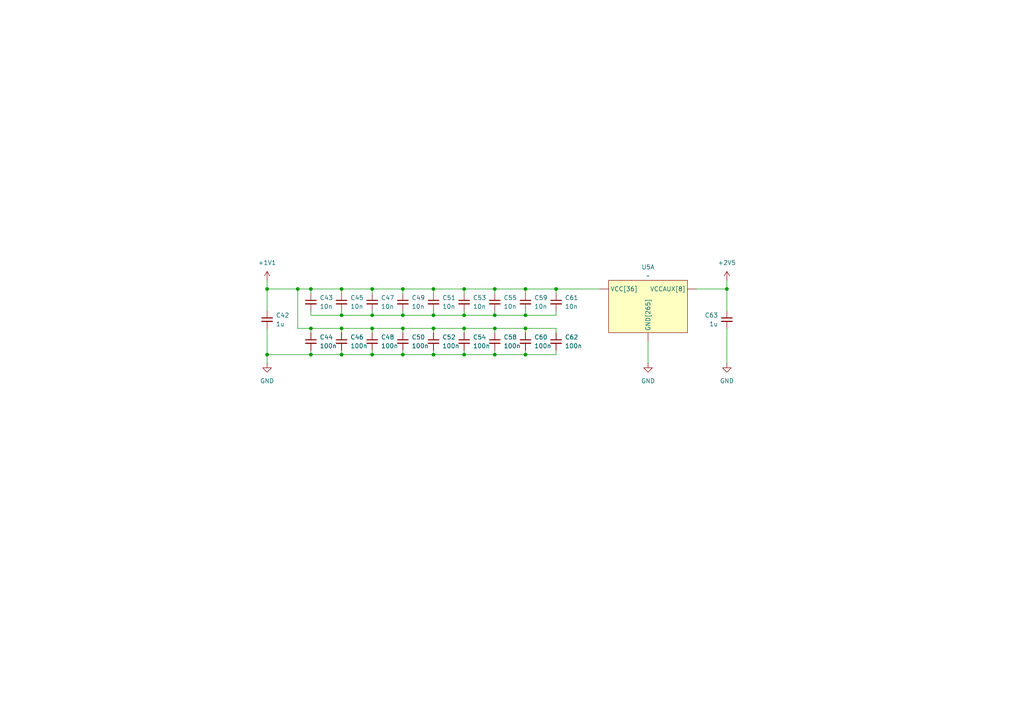
<source format=kicad_sch>
(kicad_sch (version 20231120) (generator "eeschema") (generator_version "8.0")
  (paper "A4")
  (title_block (title "${Project Designation}") (date "2024-06-30") (rev "${Revision}") (comment 1 "${Project Title}") (comment 2 "FPGA POWER") (comment 3 "${Part Number}"))
  (lib_symbols
    (symbol "Device:C_Small" (pin_numbers hide) (pin_names (offset 0.254) hide)
      (property "Reference" "C" (at 0.254 1.778 0))
      (property "Value" "C_Small" (at 0.254 -2.032 0))
      (symbol "C_Small_0_1"
        (polyline (pts (xy -1.524 -0.508) (xy 1.524 -0.508)) (stroke (width 0.3302)))
        (polyline (pts (xy -1.524 0.508) (xy 1.524 0.508)) (stroke (width 0.3048)))
      )
      (symbol "C_Small_1_1"
        (pin passive line (at 0 2.54 270) (length 2.032) (name "~") (number "1"))
        (pin passive line (at 0 -2.54 90) (length 2.032) (name "~") (number "2"))
      )
    )
    (symbol "ECAP5-BSOM:LFE5U-85F-*BG756*"
      (property "Reference" "U" (at -1.016 3.81 0))
      (symbol "LFE5U-85F-*BG756*_1_0"
        (pin power_in line (at 8.89 -15.24 90) (length 2.54) (name "GND[265]") (number ""))
        (pin power_in line (at 22.86 0 180) (length 2.54) (name "VCCAUX[8]") (number ""))
        (pin power_in line (at -5.08 0 0) (length 2.54) (name "VCC[36]") (number ""))
        (pin power_in line (at 8.89 -15.24 90) (length 2.54) hide (name "GND") (number "AA11"))
        (pin power_in line (at -5.08 0 0) (length 2.54) hide (name "VCC") (number "AA12"))
        (pin power_in line (at -5.08 0 0) (length 2.54) hide (name "VCC") (number "AA13"))
        (pin power_in line (at -5.08 0 0) (length 2.54) hide (name "VCC") (number "AA14"))
        (pin power_in line (at -5.08 0 0) (length 2.54) hide (name "VCC") (number "AA15"))
        (pin power_in line (at -5.08 0 0) (length 2.54) hide (name "VCC") (number "AA16"))
        (pin power_in line (at -5.08 0 0) (length 2.54) hide (name "VCC") (number "AA17"))
        (pin power_in line (at -5.08 0 0) (length 2.54) hide (name "VCC") (number "AA18"))
        (pin power_in line (at -5.08 0 0) (length 2.54) hide (name "VCC") (number "AA19"))
        (pin power_in line (at -5.08 0 0) (length 2.54) hide (name "VCC") (number "AA20"))
        (pin power_in line (at -5.08 0 0) (length 2.54) hide (name "VCC") (number "AA21"))
        (pin power_in line (at 8.89 -15.24 90) (length 2.54) hide (name "GND") (number "AA22"))
        (pin power_in line (at 8.89 -15.24 90) (length 2.54) hide (name "GND") (number "AB11"))
        (pin power_in line (at 8.89 -15.24 90) (length 2.54) hide (name "GND") (number "AB12"))
        (pin power_in line (at 8.89 -15.24 90) (length 2.54) hide (name "GND") (number "AB13"))
        (pin power_in line (at 8.89 -15.24 90) (length 2.54) hide (name "GND") (number "AB14"))
        (pin power_in line (at 8.89 -15.24 90) (length 2.54) hide (name "GND") (number "AB15"))
        (pin power_in line (at 8.89 -15.24 90) (length 2.54) hide (name "GND") (number "AB16"))
        (pin power_in line (at 8.89 -15.24 90) (length 2.54) hide (name "GND") (number "AB17"))
        (pin power_in line (at 8.89 -15.24 90) (length 2.54) hide (name "GND") (number "AB18"))
        (pin power_in line (at 8.89 -15.24 90) (length 2.54) hide (name "GND") (number "AB19"))
        (pin power_in line (at 8.89 -15.24 90) (length 2.54) hide (name "GND") (number "AB20"))
        (pin power_in line (at 8.89 -15.24 90) (length 2.54) hide (name "GND") (number "AB21"))
        (pin power_in line (at 8.89 -15.24 90) (length 2.54) hide (name "GND") (number "AB22"))
        (pin power_in line (at 22.86 0 180) (length 2.54) hide (name "VCCAUX") (number "AC11"))
        (pin power_in line (at 8.89 -15.24 90) (length 2.54) hide (name "GND") (number "AC12"))
        (pin power_in line (at 8.89 -15.24 90) (length 2.54) hide (name "GND") (number "AC13"))
        (pin power_in line (at 8.89 -15.24 90) (length 2.54) hide (name "GND") (number "AC14"))
        (pin power_in line (at 8.89 -15.24 90) (length 2.54) hide (name "GND") (number "AC15"))
        (pin power_in line (at 8.89 -15.24 90) (length 2.54) hide (name "GND") (number "AC16"))
        (pin power_in line (at 8.89 -15.24 90) (length 2.54) hide (name "GND") (number "AC17"))
        (pin power_in line (at 8.89 -15.24 90) (length 2.54) hide (name "GND") (number "AC18"))
        (pin power_in line (at 8.89 -15.24 90) (length 2.54) hide (name "GND") (number "AC19"))
        (pin power_in line (at 8.89 -15.24 90) (length 2.54) hide (name "GND") (number "AC20"))
        (pin power_in line (at 8.89 -15.24 90) (length 2.54) hide (name "GND") (number "AC21"))
        (pin power_in line (at 22.86 0 180) (length 2.54) hide (name "VCCAUX") (number "AC22"))
        (pin power_in line (at 8.89 -15.24 90) (length 2.54) hide (name "GND") (number "AD2"))
        (pin power_in line (at 8.89 -15.24 90) (length 2.54) hide (name "GND") (number "AD28"))
        (pin power_in line (at 8.89 -15.24 90) (length 2.54) hide (name "GND") (number "AD31"))
        (pin power_in line (at 8.89 -15.24 90) (length 2.54) hide (name "GND") (number "AD5"))
        (pin power_in line (at 8.89 -15.24 90) (length 2.54) hide (name "GND") (number "AF11"))
        (pin power_in line (at 8.89 -15.24 90) (length 2.54) hide (name "GND") (number "AF12"))
        (pin power_in line (at 8.89 -15.24 90) (length 2.54) hide (name "GND") (number "AF14"))
        (pin power_in line (at 8.89 -15.24 90) (length 2.54) hide (name "GND") (number "AF15"))
        (pin power_in line (at 8.89 -15.24 90) (length 2.54) hide (name "GND") (number "AF16"))
        (pin power_in line (at 8.89 -15.24 90) (length 2.54) hide (name "GND") (number "AF17"))
        (pin power_in line (at 8.89 -15.24 90) (length 2.54) hide (name "GND") (number "AF19"))
        (pin power_in line (at 8.89 -15.24 90) (length 2.54) hide (name "GND") (number "AF20"))
        (pin power_in line (at 8.89 -15.24 90) (length 2.54) hide (name "GND") (number "AF22"))
        (pin power_in line (at 8.89 -15.24 90) (length 2.54) hide (name "GND") (number "AF23"))
        (pin power_in line (at 8.89 -15.24 90) (length 2.54) hide (name "GND") (number "AG11"))
        (pin power_in line (at 8.89 -15.24 90) (length 2.54) hide (name "GND") (number "AG12"))
        (pin power_in line (at 8.89 -15.24 90) (length 2.54) hide (name "GND") (number "AG14"))
        (pin power_in line (at 8.89 -15.24 90) (length 2.54) hide (name "GND") (number "AG15"))
        (pin power_in line (at 8.89 -15.24 90) (length 2.54) hide (name "GND") (number "AG16"))
        (pin power_in line (at 8.89 -15.24 90) (length 2.54) hide (name "GND") (number "AG17"))
        (pin power_in line (at 8.89 -15.24 90) (length 2.54) hide (name "GND") (number "AG19"))
        (pin power_in line (at 8.89 -15.24 90) (length 2.54) hide (name "GND") (number "AG20"))
        (pin power_in line (at 8.89 -15.24 90) (length 2.54) hide (name "GND") (number "AG22"))
        (pin power_in line (at 8.89 -15.24 90) (length 2.54) hide (name "GND") (number "AG23"))
        (pin power_in line (at 8.89 -15.24 90) (length 2.54) hide (name "GND") (number "AG9"))
        (pin power_in line (at 8.89 -15.24 90) (length 2.54) hide (name "GND") (number "AH11"))
        (pin power_in line (at 8.89 -15.24 90) (length 2.54) hide (name "GND") (number "AH12"))
        (pin power_in line (at 8.89 -15.24 90) (length 2.54) hide (name "GND") (number "AH14"))
        (pin power_in line (at 8.89 -15.24 90) (length 2.54) hide (name "GND") (number "AH15"))
        (pin power_in line (at 8.89 -15.24 90) (length 2.54) hide (name "GND") (number "AH16"))
        (pin power_in line (at 8.89 -15.24 90) (length 2.54) hide (name "GND") (number "AH17"))
        (pin power_in line (at 8.89 -15.24 90) (length 2.54) hide (name "GND") (number "AH19"))
        (pin power_in line (at 8.89 -15.24 90) (length 2.54) hide (name "GND") (number "AH2"))
        (pin power_in line (at 8.89 -15.24 90) (length 2.54) hide (name "GND") (number "AH20"))
        (pin power_in line (at 8.89 -15.24 90) (length 2.54) hide (name "GND") (number "AH22"))
        (pin power_in line (at 8.89 -15.24 90) (length 2.54) hide (name "GND") (number "AH23"))
        (pin power_in line (at 8.89 -15.24 90) (length 2.54) hide (name "GND") (number "AH24"))
        (pin power_in line (at 8.89 -15.24 90) (length 2.54) hide (name "GND") (number "AH25"))
        (pin power_in line (at 8.89 -15.24 90) (length 2.54) hide (name "GND") (number "AH26"))
        (pin power_in line (at 8.89 -15.24 90) (length 2.54) hide (name "GND") (number "AH29"))
        (pin power_in line (at 8.89 -15.24 90) (length 2.54) hide (name "GND") (number "AH31"))
        (pin power_in line (at 8.89 -15.24 90) (length 2.54) hide (name "GND") (number "AH5"))
        (pin power_in line (at 8.89 -15.24 90) (length 2.54) hide (name "GND") (number "AH7"))
        (pin power_in line (at 8.89 -15.24 90) (length 2.54) hide (name "GND") (number "AH8"))
        (pin power_in line (at 8.89 -15.24 90) (length 2.54) hide (name "GND") (number "AH9"))
        (pin power_in line (at 8.89 -15.24 90) (length 2.54) hide (name "GND") (number "AJ10"))
        (pin power_in line (at 8.89 -15.24 90) (length 2.54) hide (name "GND") (number "AJ11"))
        (pin power_in line (at 8.89 -15.24 90) (length 2.54) hide (name "GND") (number "AJ12"))
        (pin power_in line (at 8.89 -15.24 90) (length 2.54) hide (name "GND") (number "AJ13"))
        (pin power_in line (at 8.89 -15.24 90) (length 2.54) hide (name "GND") (number "AJ14"))
        (pin power_in line (at 8.89 -15.24 90) (length 2.54) hide (name "GND") (number "AJ15"))
        (pin power_in line (at 8.89 -15.24 90) (length 2.54) hide (name "GND") (number "AJ16"))
        (pin power_in line (at 8.89 -15.24 90) (length 2.54) hide (name "GND") (number "AJ17"))
        (pin power_in line (at 8.89 -15.24 90) (length 2.54) hide (name "GND") (number "AJ18"))
        (pin power_in line (at 8.89 -15.24 90) (length 2.54) hide (name "GND") (number "AJ19"))
        (pin power_in line (at 8.89 -15.24 90) (length 2.54) hide (name "GND") (number "AJ20"))
        (pin power_in line (at 8.89 -15.24 90) (length 2.54) hide (name "GND") (number "AJ21"))
        (pin power_in line (at 8.89 -15.24 90) (length 2.54) hide (name "GND") (number "AJ22"))
        (pin power_in line (at 8.89 -15.24 90) (length 2.54) hide (name "GND") (number "AJ23"))
        (pin power_in line (at 8.89 -15.24 90) (length 2.54) hide (name "GND") (number "AJ24"))
        (pin power_in line (at 8.89 -15.24 90) (length 2.54) hide (name "GND") (number "AJ25"))
        (pin power_in line (at 8.89 -15.24 90) (length 2.54) hide (name "GND") (number "AJ26"))
        (pin power_in line (at 8.89 -15.24 90) (length 2.54) hide (name "GND") (number "AJ7"))
        (pin power_in line (at 8.89 -15.24 90) (length 2.54) hide (name "GND") (number "AJ8"))
        (pin power_in line (at 8.89 -15.24 90) (length 2.54) hide (name "GND") (number "AJ9"))
        (pin power_in line (at 8.89 -15.24 90) (length 2.54) hide (name "GND") (number "AK11"))
        (pin power_in line (at 8.89 -15.24 90) (length 2.54) hide (name "GND") (number "AK14"))
        (pin power_in line (at 8.89 -15.24 90) (length 2.54) hide (name "GND") (number "AK17"))
        (pin power_in line (at 8.89 -15.24 90) (length 2.54) hide (name "GND") (number "AK20"))
        (pin power_in line (at 8.89 -15.24 90) (length 2.54) hide (name "GND") (number "AK23"))
        (pin power_in line (at 8.89 -15.24 90) (length 2.54) hide (name "GND") (number "AK26"))
        (pin power_in line (at 8.89 -15.24 90) (length 2.54) hide (name "GND") (number "AK7"))
        (pin power_in line (at 8.89 -15.24 90) (length 2.54) hide (name "GND") (number "AK8"))
        (pin power_in line (at 8.89 -15.24 90) (length 2.54) hide (name "GND") (number "AL11"))
        (pin power_in line (at 8.89 -15.24 90) (length 2.54) hide (name "GND") (number "AL12"))
        (pin power_in line (at 8.89 -15.24 90) (length 2.54) hide (name "GND") (number "AL14"))
        (pin power_in line (at 8.89 -15.24 90) (length 2.54) hide (name "GND") (number "AL15"))
        (pin power_in line (at 8.89 -15.24 90) (length 2.54) hide (name "GND") (number "AL17"))
        (pin power_in line (at 8.89 -15.24 90) (length 2.54) hide (name "GND") (number "AL18"))
        (pin power_in line (at 8.89 -15.24 90) (length 2.54) hide (name "GND") (number "AL2"))
        (pin power_in line (at 8.89 -15.24 90) (length 2.54) hide (name "GND") (number "AL20"))
        (pin power_in line (at 8.89 -15.24 90) (length 2.54) hide (name "GND") (number "AL21"))
        (pin power_in line (at 8.89 -15.24 90) (length 2.54) hide (name "GND") (number "AL23"))
        (pin power_in line (at 8.89 -15.24 90) (length 2.54) hide (name "GND") (number "AL24"))
        (pin power_in line (at 8.89 -15.24 90) (length 2.54) hide (name "GND") (number "AL26"))
        (pin power_in line (at 8.89 -15.24 90) (length 2.54) hide (name "GND") (number "AL29"))
        (pin power_in line (at 8.89 -15.24 90) (length 2.54) hide (name "GND") (number "AL31"))
        (pin power_in line (at 8.89 -15.24 90) (length 2.54) hide (name "GND") (number "AL5"))
        (pin power_in line (at 8.89 -15.24 90) (length 2.54) hide (name "GND") (number "AL7"))
        (pin power_in line (at 8.89 -15.24 90) (length 2.54) hide (name "GND") (number "AL8"))
        (pin power_in line (at 8.89 -15.24 90) (length 2.54) hide (name "GND") (number "AL9"))
        (pin power_in line (at 8.89 -15.24 90) (length 2.54) hide (name "GND") (number "AM11"))
        (pin power_in line (at 8.89 -15.24 90) (length 2.54) hide (name "GND") (number "AM12"))
        (pin power_in line (at 8.89 -15.24 90) (length 2.54) hide (name "GND") (number "AM14"))
        (pin power_in line (at 8.89 -15.24 90) (length 2.54) hide (name "GND") (number "AM15"))
        (pin power_in line (at 8.89 -15.24 90) (length 2.54) hide (name "GND") (number "AM17"))
        (pin power_in line (at 8.89 -15.24 90) (length 2.54) hide (name "GND") (number "AM18"))
        (pin power_in line (at 8.89 -15.24 90) (length 2.54) hide (name "GND") (number "AM20"))
        (pin power_in line (at 8.89 -15.24 90) (length 2.54) hide (name "GND") (number "AM21"))
        (pin power_in line (at 8.89 -15.24 90) (length 2.54) hide (name "GND") (number "AM23"))
        (pin power_in line (at 8.89 -15.24 90) (length 2.54) hide (name "GND") (number "AM24"))
        (pin power_in line (at 8.89 -15.24 90) (length 2.54) hide (name "GND") (number "AM26"))
        (pin power_in line (at 8.89 -15.24 90) (length 2.54) hide (name "GND") (number "AM7"))
        (pin power_in line (at 8.89 -15.24 90) (length 2.54) hide (name "GND") (number "AM8"))
        (pin power_in line (at 8.89 -15.24 90) (length 2.54) hide (name "GND") (number "AM9"))
        (pin power_in line (at 8.89 -15.24 90) (length 2.54) hide (name "GND") (number "B13"))
        (pin power_in line (at 8.89 -15.24 90) (length 2.54) hide (name "GND") (number "B15"))
        (pin power_in line (at 8.89 -15.24 90) (length 2.54) hide (name "GND") (number "B18"))
        (pin power_in line (at 8.89 -15.24 90) (length 2.54) hide (name "GND") (number "B2"))
        (pin power_in line (at 8.89 -15.24 90) (length 2.54) hide (name "GND") (number "B20"))
        (pin power_in line (at 8.89 -15.24 90) (length 2.54) hide (name "GND") (number "B24"))
        (pin power_in line (at 8.89 -15.24 90) (length 2.54) hide (name "GND") (number "B28"))
        (pin power_in line (at 8.89 -15.24 90) (length 2.54) hide (name "GND") (number "B31"))
        (pin power_in line (at 8.89 -15.24 90) (length 2.54) hide (name "GND") (number "B5"))
        (pin power_in line (at 8.89 -15.24 90) (length 2.54) hide (name "GND") (number "B9"))
        (pin power_in line (at 8.89 -15.24 90) (length 2.54) hide (name "GND") (number "E13"))
        (pin power_in line (at 8.89 -15.24 90) (length 2.54) hide (name "GND") (number "E15"))
        (pin power_in line (at 8.89 -15.24 90) (length 2.54) hide (name "GND") (number "E18"))
        (pin power_in line (at 8.89 -15.24 90) (length 2.54) hide (name "GND") (number "E2"))
        (pin power_in line (at 8.89 -15.24 90) (length 2.54) hide (name "GND") (number "E20"))
        (pin power_in line (at 8.89 -15.24 90) (length 2.54) hide (name "GND") (number "E24"))
        (pin power_in line (at 8.89 -15.24 90) (length 2.54) hide (name "GND") (number "E28"))
        (pin power_in line (at 8.89 -15.24 90) (length 2.54) hide (name "GND") (number "E31"))
        (pin power_in line (at 8.89 -15.24 90) (length 2.54) hide (name "GND") (number "E5"))
        (pin power_in line (at 8.89 -15.24 90) (length 2.54) hide (name "GND") (number "E9"))
        (pin power_in line (at 8.89 -15.24 90) (length 2.54) hide (name "GND") (number "J2"))
        (pin power_in line (at 8.89 -15.24 90) (length 2.54) hide (name "GND") (number "J28"))
        (pin power_in line (at 8.89 -15.24 90) (length 2.54) hide (name "GND") (number "J31"))
        (pin power_in line (at 8.89 -15.24 90) (length 2.54) hide (name "GND") (number "J5"))
        (pin power_in line (at 8.89 -15.24 90) (length 2.54) hide (name "GND") (number "K10"))
        (pin power_in line (at 8.89 -15.24 90) (length 2.54) hide (name "GND") (number "K11"))
        (pin power_in line (at 22.86 0 180) (length 2.54) hide (name "VCCAUX") (number "K13"))
        (pin power_in line (at 22.86 0 180) (length 2.54) hide (name "VCCAUX") (number "K20"))
        (pin power_in line (at 8.89 -15.24 90) (length 2.54) hide (name "GND") (number "K22"))
        (pin power_in line (at 8.89 -15.24 90) (length 2.54) hide (name "GND") (number "K23"))
        (pin power_in line (at 8.89 -15.24 90) (length 2.54) hide (name "GND") (number "L10"))
        (pin power_in line (at 8.89 -15.24 90) (length 2.54) hide (name "GND") (number "L11"))
        (pin power_in line (at 8.89 -15.24 90) (length 2.54) hide (name "GND") (number "L12"))
        (pin power_in line (at 8.89 -15.24 90) (length 2.54) hide (name "GND") (number "L13"))
        (pin power_in line (at 8.89 -15.24 90) (length 2.54) hide (name "GND") (number "L14"))
        (pin power_in line (at 8.89 -15.24 90) (length 2.54) hide (name "GND") (number "L15"))
        (pin power_in line (at 8.89 -15.24 90) (length 2.54) hide (name "GND") (number "L16"))
        (pin power_in line (at 8.89 -15.24 90) (length 2.54) hide (name "GND") (number "L17"))
        (pin power_in line (at 8.89 -15.24 90) (length 2.54) hide (name "GND") (number "L18"))
        (pin power_in line (at 8.89 -15.24 90) (length 2.54) hide (name "GND") (number "L19"))
        (pin power_in line (at 8.89 -15.24 90) (length 2.54) hide (name "GND") (number "L20"))
        (pin power_in line (at 8.89 -15.24 90) (length 2.54) hide (name "GND") (number "L21"))
        (pin power_in line (at 8.89 -15.24 90) (length 2.54) hide (name "GND") (number "L22"))
        (pin power_in line (at 8.89 -15.24 90) (length 2.54) hide (name "GND") (number "L23"))
        (pin power_in line (at 8.89 -15.24 90) (length 2.54) hide (name "GND") (number "M11"))
        (pin power_in line (at -5.08 0 0) (length 2.54) hide (name "VCC") (number "M12"))
        (pin power_in line (at -5.08 0 0) (length 2.54) hide (name "VCC") (number "M13"))
        (pin power_in line (at -5.08 0 0) (length 2.54) hide (name "VCC") (number "M14"))
        (pin power_in line (at -5.08 0 0) (length 2.54) hide (name "VCC") (number "M15"))
        (pin power_in line (at -5.08 0 0) (length 2.54) hide (name "VCC") (number "M16"))
        (pin power_in line (at -5.08 0 0) (length 2.54) hide (name "VCC") (number "M17"))
        (pin power_in line (at -5.08 0 0) (length 2.54) hide (name "VCC") (number "M18"))
        (pin power_in line (at -5.08 0 0) (length 2.54) hide (name "VCC") (number "M19"))
        (pin power_in line (at -5.08 0 0) (length 2.54) hide (name "VCC") (number "M20"))
        (pin power_in line (at -5.08 0 0) (length 2.54) hide (name "VCC") (number "M21"))
        (pin power_in line (at 8.89 -15.24 90) (length 2.54) hide (name "GND") (number "M22"))
        (pin power_in line (at 22.86 0 180) (length 2.54) hide (name "VCCAUX") (number "N10"))
        (pin power_in line (at 8.89 -15.24 90) (length 2.54) hide (name "GND") (number "N11"))
        (pin power_in line (at -5.08 0 0) (length 2.54) hide (name "VCC") (number "N12"))
        (pin power_in line (at 8.89 -15.24 90) (length 2.54) hide (name "GND") (number "N13"))
        (pin power_in line (at 8.89 -15.24 90) (length 2.54) hide (name "GND") (number "N14"))
        (pin power_in line (at 8.89 -15.24 90) (length 2.54) hide (name "GND") (number "N15"))
        (pin power_in line (at 8.89 -15.24 90) (length 2.54) hide (name "GND") (number "N16"))
        (pin power_in line (at 8.89 -15.24 90) (length 2.54) hide (name "GND") (number "N17"))
        (pin power_in line (at 8.89 -15.24 90) (length 2.54) hide (name "GND") (number "N18"))
        (pin power_in line (at 8.89 -15.24 90) (length 2.54) hide (name "GND") (number "N19"))
        (pin power_in line (at 8.89 -15.24 90) (length 2.54) hide (name "GND") (number "N2"))
        (pin power_in line (at 8.89 -15.24 90) (length 2.54) hide (name "GND") (number "N20"))
        (pin power_in line (at -5.08 0 0) (length 2.54) hide (name "VCC") (number "N21"))
        (pin power_in line (at 8.89 -15.24 90) (length 2.54) hide (name "GND") (number "N22"))
        (pin power_in line (at 22.86 0 180) (length 2.54) hide (name "VCCAUX") (number "N23"))
        (pin power_in line (at 8.89 -15.24 90) (length 2.54) hide (name "GND") (number "N28"))
        (pin power_in line (at 8.89 -15.24 90) (length 2.54) hide (name "GND") (number "N31"))
        (pin power_in line (at 8.89 -15.24 90) (length 2.54) hide (name "GND") (number "N5"))
        (pin power_in line (at 8.89 -15.24 90) (length 2.54) hide (name "GND") (number "P11"))
        (pin power_in line (at -5.08 0 0) (length 2.54) hide (name "VCC") (number "P12"))
        (pin power_in line (at 8.89 -15.24 90) (length 2.54) hide (name "GND") (number "P13"))
        (pin power_in line (at 8.89 -15.24 90) (length 2.54) hide (name "GND") (number "P14"))
        (pin power_in line (at 8.89 -15.24 90) (length 2.54) hide (name "GND") (number "P15"))
        (pin power_in line (at 8.89 -15.24 90) (length 2.54) hide (name "GND") (number "P16"))
        (pin power_in line (at 8.89 -15.24 90) (length 2.54) hide (name "GND") (number "P17"))
        (pin power_in line (at 8.89 -15.24 90) (length 2.54) hide (name "GND") (number "P18"))
        (pin power_in line (at 8.89 -15.24 90) (length 2.54) hide (name "GND") (number "P19"))
        (pin power_in line (at -5.08 0 0) (length 2.54) hide (name "VCC") (number "P21"))
        (pin power_in line (at 8.89 -15.24 90) (length 2.54) hide (name "GND") (number "P22"))
        (pin power_in line (at -5.08 0 0) (length 2.54) hide (name "VCC") (number "R12"))
        (pin power_in line (at 8.89 -15.24 90) (length 2.54) hide (name "GND") (number "R13"))
        (pin power_in line (at 8.89 -15.24 90) (length 2.54) hide (name "GND") (number "R14"))
        (pin power_in line (at 8.89 -15.24 90) (length 2.54) hide (name "GND") (number "R15"))
        (pin power_in line (at 8.89 -15.24 90) (length 2.54) hide (name "GND") (number "R16"))
        (pin power_in line (at 8.89 -15.24 90) (length 2.54) hide (name "GND") (number "R17"))
        (pin power_in line (at 8.89 -15.24 90) (length 2.54) hide (name "GND") (number "R18"))
        (pin power_in line (at 8.89 -15.24 90) (length 2.54) hide (name "GND") (number "R19"))
        (pin power_in line (at 8.89 -15.24 90) (length 2.54) hide (name "GND") (number "R2"))
        (pin power_in line (at 8.89 -15.24 90) (length 2.54) hide (name "GND") (number "R20"))
        (pin power_in line (at -5.08 0 0) (length 2.54) hide (name "VCC") (number "R21"))
        (pin power_in line (at 8.89 -15.24 90) (length 2.54) hide (name "GND") (number "R22"))
        (pin power_in line (at 8.89 -15.24 90) (length 2.54) hide (name "GND") (number "R28"))
        (pin power_in line (at 8.89 -15.24 90) (length 2.54) hide (name "GND") (number "R31"))
        (pin power_in line (at 8.89 -15.24 90) (length 2.54) hide (name "GND") (number "R5"))
        (pin power_in line (at 8.89 -15.24 90) (length 2.54) hide (name "GND") (number "T11"))
        (pin power_in line (at -5.08 0 0) (length 2.54) hide (name "VCC") (number "T12"))
        (pin power_in line (at 8.89 -15.24 90) (length 2.54) hide (name "GND") (number "T13"))
        (pin power_in line (at 8.89 -15.24 90) (length 2.54) hide (name "GND") (number "T14"))
        (pin power_in line (at 8.89 -15.24 90) (length 2.54) hide (name "GND") (number "T15"))
        (pin power_in line (at 8.89 -15.24 90) (length 2.54) hide (name "GND") (number "T16"))
        (pin power_in line (at 8.89 -15.24 90) (length 2.54) hide (name "GND") (number "T17"))
        (pin power_in line (at 8.89 -15.24 90) (length 2.54) hide (name "GND") (number "T18"))
        (pin power_in line (at 8.89 -15.24 90) (length 2.54) hide (name "GND") (number "T19"))
        (pin power_in line (at 8.89 -15.24 90) (length 2.54) hide (name "GND") (number "T20"))
        (pin power_in line (at -5.08 0 0) (length 2.54) hide (name "VCC") (number "T21"))
        (pin power_in line (at 8.89 -15.24 90) (length 2.54) hide (name "GND") (number "T22"))
        (pin power_in line (at 8.89 -15.24 90) (length 2.54) hide (name "GND") (number "U11"))
        (pin power_in line (at -5.08 0 0) (length 2.54) hide (name "VCC") (number "U12"))
        (pin power_in line (at 8.89 -15.24 90) (length 2.54) hide (name "GND") (number "U13"))
        (pin power_in line (at 8.89 -15.24 90) (length 2.54) hide (name "GND") (number "U14"))
        (pin power_in line (at 8.89 -15.24 90) (length 2.54) hide (name "GND") (number "U15"))
        (pin power_in line (at 8.89 -15.24 90) (length 2.54) hide (name "GND") (number "U16"))
        (pin power_in line (at 8.89 -15.24 90) (length 2.54) hide (name "GND") (number "U17"))
        (pin power_in line (at 8.89 -15.24 90) (length 2.54) hide (name "GND") (number "U18"))
        (pin power_in line (at 8.89 -15.24 90) (length 2.54) hide (name "GND") (number "U19"))
        (pin power_in line (at 8.89 -15.24 90) (length 2.54) hide (name "GND") (number "U20"))
        (pin power_in line (at -5.08 0 0) (length 2.54) hide (name "VCC") (number "U21"))
        (pin power_in line (at 8.89 -15.24 90) (length 2.54) hide (name "GND") (number "U22"))
        (pin power_in line (at 8.89 -15.24 90) (length 2.54) hide (name "GND") (number "V11"))
        (pin power_in line (at -5.08 0 0) (length 2.54) hide (name "VCC") (number "V12"))
        (pin power_in line (at 8.89 -15.24 90) (length 2.54) hide (name "GND") (number "V13"))
        (pin power_in line (at 8.89 -15.24 90) (length 2.54) hide (name "GND") (number "V14"))
        (pin power_in line (at 8.89 -15.24 90) (length 2.54) hide (name "GND") (number "V15"))
        (pin power_in line (at 8.89 -15.24 90) (length 2.54) hide (name "GND") (number "V16"))
        (pin power_in line (at 8.89 -15.24 90) (length 2.54) hide (name "GND") (number "V17"))
        (pin power_in line (at 8.89 -15.24 90) (length 2.54) hide (name "GND") (number "V18"))
        (pin power_in line (at 8.89 -15.24 90) (length 2.54) hide (name "GND") (number "V19"))
        (pin power_in line (at 8.89 -15.24 90) (length 2.54) hide (name "GND") (number "V2"))
        (pin power_in line (at 8.89 -15.24 90) (length 2.54) hide (name "GND") (number "V20"))
        (pin power_in line (at -5.08 0 0) (length 2.54) hide (name "VCC") (number "V21"))
        (pin power_in line (at 8.89 -15.24 90) (length 2.54) hide (name "GND") (number "V22"))
        (pin power_in line (at 8.89 -15.24 90) (length 2.54) hide (name "GND") (number "V28"))
        (pin power_in line (at 8.89 -15.24 90) (length 2.54) hide (name "GND") (number "V31"))
        (pin power_in line (at 8.89 -15.24 90) (length 2.54) hide (name "GND") (number "V5"))
        (pin power_in line (at 8.89 -15.24 90) (length 2.54) hide (name "GND") (number "W11"))
        (pin power_in line (at -5.08 0 0) (length 2.54) hide (name "VCC") (number "W12"))
        (pin power_in line (at 8.89 -15.24 90) (length 2.54) hide (name "GND") (number "W13"))
        (pin power_in line (at 8.89 -15.24 90) (length 2.54) hide (name "GND") (number "W14"))
        (pin power_in line (at 8.89 -15.24 90) (length 2.54) hide (name "GND") (number "W15"))
        (pin power_in line (at 8.89 -15.24 90) (length 2.54) hide (name "GND") (number "W16"))
        (pin power_in line (at 8.89 -15.24 90) (length 2.54) hide (name "GND") (number "W17"))
        (pin power_in line (at 8.89 -15.24 90) (length 2.54) hide (name "GND") (number "W18"))
        (pin power_in line (at 8.89 -15.24 90) (length 2.54) hide (name "GND") (number "W19"))
        (pin power_in line (at 8.89 -15.24 90) (length 2.54) hide (name "GND") (number "W20"))
        (pin power_in line (at -5.08 0 0) (length 2.54) hide (name "VCC") (number "W21"))
        (pin power_in line (at 8.89 -15.24 90) (length 2.54) hide (name "GND") (number "W22"))
        (pin power_in line (at 22.86 0 180) (length 2.54) hide (name "VCCAUX") (number "Y10"))
        (pin power_in line (at 8.89 -15.24 90) (length 2.54) hide (name "GND") (number "Y11"))
        (pin power_in line (at -5.08 0 0) (length 2.54) hide (name "VCC") (number "Y12"))
        (pin power_in line (at 8.89 -15.24 90) (length 2.54) hide (name "GND") (number "Y13"))
        (pin power_in line (at 8.89 -15.24 90) (length 2.54) hide (name "GND") (number "Y14"))
        (pin power_in line (at 8.89 -15.24 90) (length 2.54) hide (name "GND") (number "Y15"))
        (pin power_in line (at 8.89 -15.24 90) (length 2.54) hide (name "GND") (number "Y16"))
        (pin power_in line (at 8.89 -15.24 90) (length 2.54) hide (name "GND") (number "Y17"))
        (pin power_in line (at 8.89 -15.24 90) (length 2.54) hide (name "GND") (number "Y18"))
        (pin power_in line (at 8.89 -15.24 90) (length 2.54) hide (name "GND") (number "Y19"))
        (pin power_in line (at 8.89 -15.24 90) (length 2.54) hide (name "GND") (number "Y2"))
        (pin power_in line (at 8.89 -15.24 90) (length 2.54) hide (name "GND") (number "Y20"))
        (pin power_in line (at -5.08 0 0) (length 2.54) hide (name "VCC") (number "Y21"))
        (pin power_in line (at 8.89 -15.24 90) (length 2.54) hide (name "GND") (number "Y22"))
        (pin power_in line (at 22.86 0 180) (length 2.54) hide (name "VCCAUX") (number "Y23"))
        (pin power_in line (at 8.89 -15.24 90) (length 2.54) hide (name "GND") (number "Y31"))
      )
      (symbol "LFE5U-85F-*BG756*_1_1"
        (rectangle (start -2.54 2.54) (end 20.32 -12.7) (fill (type background)))
      )
      (symbol "LFE5U-85F-*BG756*_2_0"
        (pin power_in line (at 41.91 21.59 180) (length 2.54) (name "VCCIO0") (number ""))
        (pin power_in line (at 41.91 19.05 180) (length 2.54) (name "VCCIO1") (number ""))
        (pin power_in line (at 41.91 16.51 180) (length 2.54) (name "VCCIO2") (number ""))
        (pin power_in line (at 41.91 13.97 180) (length 2.54) (name "VCCIO3") (number ""))
        (pin power_in line (at 41.91 11.43 180) (length 2.54) (name "VCCIO4") (number ""))
        (pin power_in line (at 41.91 8.89 180) (length 2.54) (name "VCCIO6") (number ""))
        (pin power_in line (at 41.91 6.35 180) (length 2.54) (name "VCCIO7") (number ""))
        (pin power_in line (at 41.91 3.81 180) (length 2.54) (name "VCCIO8") (number ""))
        (pin power_in line (at 41.91 8.89 180) (length 2.54) hide (name "VCCIO6") (number "AA10"))
        (pin power_in line (at 41.91 13.97 180) (length 2.54) hide (name "VCCIO3") (number "AA23"))
        (pin power_in line (at 41.91 3.81 180) (length 2.54) hide (name "VCCIO8") (number "AB10"))
        (pin power_in line (at 41.91 11.43 180) (length 2.54) hide (name "VCCIO4") (number "AB23"))
        (pin power_in line (at 41.91 3.81 180) (length 2.54) hide (name "VCCIO8") (number "AC10"))
        (pin power_in line (at 41.91 11.43 180) (length 2.54) hide (name "VCCIO4") (number "AC23"))
        (pin power_in line (at 41.91 21.59 180) (length 2.54) hide (name "VCCIO0") (number "K12"))
        (pin power_in line (at 41.91 21.59 180) (length 2.54) hide (name "VCCIO0") (number "K14"))
        (pin power_in line (at 41.91 21.59 180) (length 2.54) hide (name "VCCIO0") (number "K15"))
        (pin power_in line (at 41.91 21.59 180) (length 2.54) hide (name "VCCIO0") (number "K16"))
        (pin power_in line (at 41.91 19.05 180) (length 2.54) hide (name "VCCIO1") (number "K17"))
        (pin power_in line (at 41.91 19.05 180) (length 2.54) hide (name "VCCIO1") (number "K18"))
        (pin power_in line (at 41.91 19.05 180) (length 2.54) hide (name "VCCIO1") (number "K19"))
        (pin power_in line (at 41.91 19.05 180) (length 2.54) hide (name "VCCIO1") (number "K21"))
        (pin power_in line (at 41.91 6.35 180) (length 2.54) hide (name "VCCIO7") (number "M10"))
        (pin power_in line (at 41.91 16.51 180) (length 2.54) hide (name "VCCIO2") (number "M23"))
        (pin power_in line (at 41.91 6.35 180) (length 2.54) hide (name "VCCIO7") (number "P10"))
        (pin power_in line (at 41.91 16.51 180) (length 2.54) hide (name "VCCIO2") (number "P23"))
        (pin power_in line (at 41.91 6.35 180) (length 2.54) hide (name "VCCIO7") (number "R10"))
        (pin power_in line (at 41.91 16.51 180) (length 2.54) hide (name "VCCIO2") (number "R23"))
        (pin power_in line (at 41.91 6.35 180) (length 2.54) hide (name "VCCIO7") (number "T10"))
        (pin power_in line (at 41.91 16.51 180) (length 2.54) hide (name "VCCIO2") (number "T23"))
        (pin power_in line (at 41.91 8.89 180) (length 2.54) hide (name "VCCIO6") (number "U10"))
        (pin power_in line (at 41.91 13.97 180) (length 2.54) hide (name "VCCIO3") (number "U23"))
        (pin power_in line (at 41.91 8.89 180) (length 2.54) hide (name "VCCIO6") (number "V10"))
        (pin power_in line (at 41.91 13.97 180) (length 2.54) hide (name "VCCIO3") (number "V23"))
        (pin power_in line (at 41.91 8.89 180) (length 2.54) hide (name "VCCIO6") (number "W10"))
        (pin power_in line (at 41.91 13.97 180) (length 2.54) hide (name "VCCIO3") (number "W23"))
      )
      (symbol "LFE5U-85F-*BG756*_2_1"
        (rectangle (start -2.54 2.54) (end 20.32 -20.32) (fill (type background)))
      )
    )
    (symbol "power:+1V1" (power) (pin_numbers hide) (pin_names (offset 0) hide)
      (property "Value" "+1V1" (at 0 3.556 0))
      (symbol "+1V1_0_1"
        (polyline (pts (xy -0.762 1.27) (xy 0 2.54)))
        (polyline (pts (xy 0 0) (xy 0 2.54)))
        (polyline (pts (xy 0 2.54) (xy 0.762 1.27)))
      )
      (symbol "+1V1_1_1"
        (pin power_in line (at 0 0 90) (length 0) (name "~") (number "1"))
      )
    )
    (symbol "power:+2V5" (power) (pin_numbers hide) (pin_names (offset 0) hide)
      (property "Value" "+2V5" (at 0 3.556 0))
      (symbol "+2V5_0_1"
        (polyline (pts (xy -0.762 1.27) (xy 0 2.54)))
        (polyline (pts (xy 0 0) (xy 0 2.54)))
        (polyline (pts (xy 0 2.54) (xy 0.762 1.27)))
      )
      (symbol "+2V5_1_1"
        (pin power_in line (at 0 0 90) (length 0) (name "~") (number "1"))
      )
    )
    (symbol "power:GND" (power) (pin_numbers hide) (pin_names (offset 0) hide)
      (property "Value" "GND" (at 0 -3.81 0))
      (symbol "GND_0_1"
        (polyline (pts (xy 0 0) (xy 0 -1.27) (xy 1.27 -1.27) (xy 0 -2.54) (xy -1.27 -1.27) (xy 0 -1.27)))
      )
      (symbol "GND_1_1"
        (pin power_in line (at 0 0 270) (length 0) (name "~") (number "1"))
      )
    )
  )
  (junction (at 125.73 83.82))
  (junction (at 107.95 95.25))
  (junction (at 77.47 83.82))
  (junction (at 134.62 102.87))
  (junction (at 99.06 83.82))
  (junction (at 161.29 83.82))
  (junction (at 90.17 102.87))
  (junction (at 107.95 91.44))
  (junction (at 125.73 102.87))
  (junction (at 90.17 83.82))
  (junction (at 152.4 83.82))
  (junction (at 143.51 95.25))
  (junction (at 90.17 95.25))
  (junction (at 152.4 102.87))
  (junction (at 152.4 91.44))
  (junction (at 116.84 95.25))
  (junction (at 116.84 83.82))
  (junction (at 134.62 95.25))
  (junction (at 125.73 91.44))
  (junction (at 134.62 83.82))
  (junction (at 116.84 91.44))
  (junction (at 99.06 102.87))
  (junction (at 86.36 83.82))
  (junction (at 134.62 91.44))
  (junction (at 143.51 91.44))
  (junction (at 210.82 83.82))
  (junction (at 107.95 83.82))
  (junction (at 152.4 95.25))
  (junction (at 143.51 83.82))
  (junction (at 143.51 102.87))
  (junction (at 77.47 102.87))
  (junction (at 107.95 102.87))
  (junction (at 99.06 95.25))
  (junction (at 125.73 95.25))
  (junction (at 116.84 102.87))
  (junction (at 99.06 91.44))
  (wire (pts (xy 90.17 83.82) (xy 99.06 83.82)))
  (wire (pts (xy 90.17 91.44) (xy 99.06 91.44)))
  (wire (pts (xy 161.29 91.44) (xy 161.29 90.17)))
  (wire (pts (xy 161.29 83.82) (xy 161.29 85.09)))
  (wire (pts (xy 116.84 95.25) (xy 116.84 96.52)))
  (wire (pts (xy 143.51 102.87) (xy 152.4 102.87)))
  (wire (pts (xy 99.06 95.25) (xy 107.95 95.25)))
  (wire (pts (xy 107.95 102.87) (xy 116.84 102.87)))
  (wire (pts (xy 99.06 101.6) (xy 99.06 102.87)))
  (wire (pts (xy 143.51 95.25) (xy 152.4 95.25)))
  (wire (pts (xy 143.51 91.44) (xy 152.4 91.44)))
  (wire (pts (xy 134.62 95.25) (xy 134.62 96.52)))
  (wire (pts (xy 143.51 95.25) (xy 143.51 96.52)))
  (wire (pts (xy 134.62 95.25) (xy 143.51 95.25)))
  (wire (pts (xy 134.62 83.82) (xy 143.51 83.82)))
  (wire (pts (xy 107.95 95.25) (xy 116.84 95.25)))
  (wire (pts (xy 134.62 101.6) (xy 134.62 102.87)))
  (wire (pts (xy 161.29 102.87) (xy 161.29 101.6)))
  (wire (pts (xy 90.17 83.82) (xy 90.17 85.09)))
  (wire (pts (xy 134.62 90.17) (xy 134.62 91.44)))
  (wire (pts (xy 107.95 95.25) (xy 107.95 96.52)))
  (wire (pts (xy 77.47 81.28) (xy 77.47 83.82)))
  (wire (pts (xy 116.84 102.87) (xy 125.73 102.87)))
  (wire (pts (xy 107.95 101.6) (xy 107.95 102.87)))
  (wire (pts (xy 90.17 102.87) (xy 99.06 102.87)))
  (wire (pts (xy 143.51 101.6) (xy 143.51 102.87)))
  (wire (pts (xy 152.4 101.6) (xy 152.4 102.87)))
  (wire (pts (xy 125.73 83.82) (xy 125.73 85.09)))
  (wire (pts (xy 161.29 83.82) (xy 173.99 83.82)))
  (wire (pts (xy 125.73 83.82) (xy 134.62 83.82)))
  (wire (pts (xy 90.17 95.25) (xy 99.06 95.25)))
  (wire (pts (xy 116.84 101.6) (xy 116.84 102.87)))
  (wire (pts (xy 143.51 83.82) (xy 152.4 83.82)))
  (wire (pts (xy 134.62 91.44) (xy 143.51 91.44)))
  (wire (pts (xy 201.93 83.82) (xy 210.82 83.82)))
  (wire (pts (xy 77.47 102.87) (xy 90.17 102.87)))
  (wire (pts (xy 210.82 95.25) (xy 210.82 105.41)))
  (wire (pts (xy 143.51 90.17) (xy 143.51 91.44)))
  (wire (pts (xy 99.06 90.17) (xy 99.06 91.44)))
  (wire (pts (xy 152.4 90.17) (xy 152.4 91.44)))
  (wire (pts (xy 107.95 83.82) (xy 107.95 85.09)))
  (wire (pts (xy 125.73 90.17) (xy 125.73 91.44)))
  (wire (pts (xy 99.06 83.82) (xy 99.06 85.09)))
  (wire (pts (xy 107.95 91.44) (xy 116.84 91.44)))
  (wire (pts (xy 107.95 83.82) (xy 116.84 83.82)))
  (wire (pts (xy 187.96 99.06) (xy 187.96 105.41)))
  (wire (pts (xy 90.17 90.17) (xy 90.17 91.44)))
  (wire (pts (xy 134.62 83.82) (xy 134.62 85.09)))
  (wire (pts (xy 125.73 91.44) (xy 134.62 91.44)))
  (wire (pts (xy 143.51 83.82) (xy 143.51 85.09)))
  (wire (pts (xy 125.73 101.6) (xy 125.73 102.87)))
  (wire (pts (xy 90.17 96.52) (xy 90.17 95.25)))
  (wire (pts (xy 99.06 91.44) (xy 107.95 91.44)))
  (wire (pts (xy 116.84 90.17) (xy 116.84 91.44)))
  (wire (pts (xy 77.47 105.41) (xy 77.47 102.87)))
  (wire (pts (xy 125.73 95.25) (xy 134.62 95.25)))
  (wire (pts (xy 116.84 91.44) (xy 125.73 91.44)))
  (wire (pts (xy 152.4 95.25) (xy 161.29 95.25)))
  (wire (pts (xy 152.4 91.44) (xy 161.29 91.44)))
  (wire (pts (xy 107.95 90.17) (xy 107.95 91.44)))
  (wire (pts (xy 90.17 101.6) (xy 90.17 102.87)))
  (wire (pts (xy 152.4 102.87) (xy 161.29 102.87)))
  (wire (pts (xy 99.06 102.87) (xy 107.95 102.87)))
  (wire (pts (xy 86.36 83.82) (xy 90.17 83.82)))
  (wire (pts (xy 134.62 102.87) (xy 143.51 102.87)))
  (wire (pts (xy 99.06 83.82) (xy 107.95 83.82)))
  (wire (pts (xy 161.29 95.25) (xy 161.29 96.52)))
  (wire (pts (xy 210.82 81.28) (xy 210.82 83.82)))
  (wire (pts (xy 116.84 95.25) (xy 125.73 95.25)))
  (wire (pts (xy 125.73 95.25) (xy 125.73 96.52)))
  (wire (pts (xy 77.47 95.25) (xy 77.47 102.87)))
  (wire (pts (xy 116.84 83.82) (xy 116.84 85.09)))
  (wire (pts (xy 152.4 83.82) (xy 152.4 85.09)))
  (wire (pts (xy 90.17 95.25) (xy 86.36 95.25)))
  (wire (pts (xy 210.82 83.82) (xy 210.82 90.17)))
  (wire (pts (xy 152.4 83.82) (xy 161.29 83.82)))
  (wire (pts (xy 125.73 102.87) (xy 134.62 102.87)))
  (wire (pts (xy 99.06 95.25) (xy 99.06 96.52)))
  (wire (pts (xy 77.47 83.82) (xy 77.47 90.17)))
  (wire (pts (xy 116.84 83.82) (xy 125.73 83.82)))
  (wire (pts (xy 86.36 83.82) (xy 86.36 95.25)))
  (wire (pts (xy 152.4 95.25) (xy 152.4 96.52)))
  (wire (pts (xy 77.47 83.82) (xy 86.36 83.82)))
  (symbol (lib_id "Device:C_Small") (at 125.73 99.06 0) (unit 1)
    (property "Reference" "C36" (at 128.27 97.7962 0) (effects (justify left)))
    (property "Value" "100n" (at 128.27 100.3362 0) (effects (justify left)))
    (property "Description" "Unpolarized capacitor, small symbol" (effects (hide yes)))
    (instances (project "ecap5-bsom" (path "" (reference "C52") (unit 1)) (path "" (reference "C36") (unit 1))))
  )
  (symbol (lib_id "Device:C_Small") (at 116.84 99.06 0) (unit 1)
    (property "Reference" "C35" (at 119.38 97.7962 0) (effects (justify left)))
    (property "Value" "100n" (at 119.38 100.3362 0) (effects (justify left)))
    (property "Description" "Unpolarized capacitor, small symbol" (effects (hide yes)))
    (instances (project "ecap5-bsom" (path "" (reference "C50") (unit 1)) (path "" (reference "C35") (unit 1))))
  )
  (symbol (lib_id "power:+2V5") (at 210.82 81.28 0) (unit 1)
    (property "Reference" "#PWR028" (effects (hide yes)))
    (property "Value" "+2V5" (at 210.82 76.2 0))
    (property "Description" "Power symbol creates a global label with name \"+2V5\"" (effects (hide yes)))
  )
  (symbol (lib_id "Device:C_Small") (at 90.17 87.63 0) (unit 1)
    (property "Reference" "C28" (at 92.71 86.3662 0) (effects (justify left)))
    (property "Value" "10n" (at 92.71 88.9062 0) (effects (justify left)))
    (property "Description" "Unpolarized capacitor, small symbol" (effects (hide yes)))
    (instances (project "ecap5-bsom" (path "" (reference "C43") (unit 1)) (path "" (reference "C28") (unit 1))))
  )
  (symbol (lib_id "Device:C_Small") (at 134.62 99.06 0) (unit 1)
    (property "Reference" "C37" (at 137.16 97.7962 0) (effects (justify left)))
    (property "Value" "100n" (at 137.16 100.3362 0) (effects (justify left)))
    (property "Description" "Unpolarized capacitor, small symbol" (effects (hide yes)))
    (instances (project "ecap5-bsom" (path "" (reference "C54") (unit 1)) (path "" (reference "C37") (unit 1))))
  )
  (symbol (lib_id "Device:C_Small") (at 210.82 92.71 0) (mirror y) (unit 1)
    (property "Reference" "C41" (at 208.28 91.4462 0) (effects (justify left)))
    (property "Value" "1u" (at 208.28 93.9862 0) (effects (justify left)))
    (property "Description" "Unpolarized capacitor, small symbol" (effects (hide yes)))
    (instances (project "ecap5-bsom" (path "" (reference "C63") (unit 1)) (path "" (reference "C41") (unit 1))))
  )
  (symbol (lib_id "Device:C_Small") (at 143.51 99.06 0) (unit 1)
    (property "Reference" "C38" (at 146.05 97.7962 0) (effects (justify left)))
    (property "Value" "100n" (at 146.05 100.3362 0) (effects (justify left)))
    (property "Description" "Unpolarized capacitor, small symbol" (effects (hide yes)))
    (instances (project "ecap5-bsom" (path "" (reference "C58") (unit 1)) (path "" (reference "C38") (unit 1))))
  )
  (symbol (lib_id "ECAP5-BSOM:LFE5U-85F-*BG756*") (at 179.07 83.82 0) (unit 1)
    (property "Reference" "U5" (at 187.96 77.47 0))
    (property "Value" "~" (at 187.96 80.01 0))
    (property "Datasheet" "https://www.latticesemi.com/view_document?document_id=50461" (effects (hide yes)))
  )
  (symbol (lib_id "Device:C_Small") (at 152.4 99.06 0) (unit 1)
    (property "Reference" "C39" (at 154.94 97.7962 0) (effects (justify left)))
    (property "Value" "100n" (at 154.94 100.3362 0) (effects (justify left)))
    (property "Description" "Unpolarized capacitor, small symbol" (effects (hide yes)))
    (instances (project "ecap5-bsom" (path "" (reference "C60") (unit 1)) (path "" (reference "C39") (unit 1))))
  )
  (symbol (lib_id "Device:C_Small") (at 161.29 99.06 0) (unit 1)
    (property "Reference" "C57" (at 163.83 97.7962 0) (effects (justify left)))
    (property "Value" "100n" (at 163.83 100.3362 0) (effects (justify left)))
    (property "Description" "Unpolarized capacitor, small symbol" (effects (hide yes)))
    (instances (project "ecap5-bsom" (path "" (reference "C62") (unit 1)) (path "" (reference "C57") (unit 1))))
  )
  (symbol (lib_id "Device:C_Small") (at 77.47 92.71 0) (unit 1)
    (property "Reference" "C40" (at 80.01 91.4462 0) (effects (justify left)))
    (property "Value" "1u" (at 80.01 93.9862 0) (effects (justify left)))
    (property "Description" "Unpolarized capacitor, small symbol" (effects (hide yes)))
    (instances (project "ecap5-bsom" (path "" (reference "C42") (unit 1)) (path "" (reference "C40") (unit 1))))
  )
  (symbol (lib_id "Device:C_Small") (at 99.06 99.06 0) (unit 1)
    (property "Reference" "C33" (at 101.6 97.7962 0) (effects (justify left)))
    (property "Value" "100n" (at 101.6 100.3362 0) (effects (justify left)))
    (property "Description" "Unpolarized capacitor, small symbol" (effects (hide yes)))
    (instances (project "ecap5-bsom" (path "" (reference "C46") (unit 1)) (path "" (reference "C33") (unit 1))))
  )
  (symbol (lib_id "Device:C_Small") (at 134.62 87.63 0) (unit 1)
    (property "Reference" "C27" (at 137.16 86.3662 0) (effects (justify left)))
    (property "Value" "10n" (at 137.16 88.9062 0) (effects (justify left)))
    (property "Description" "Unpolarized capacitor, small symbol" (effects (hide yes)))
    (instances (project "ecap5-bsom" (path "" (reference "C53") (unit 1)) (path "" (reference "C27") (unit 1))))
  )
  (symbol (lib_id "Device:C_Small") (at 143.51 87.63 0) (unit 1)
    (property "Reference" "C24" (at 146.05 86.3662 0) (effects (justify left)))
    (property "Value" "10n" (at 146.05 88.9062 0) (effects (justify left)))
    (property "Description" "Unpolarized capacitor, small symbol" (effects (hide yes)))
    (instances (project "ecap5-bsom" (path "" (reference "C55") (unit 1)) (path "" (reference "C24") (unit 1))))
  )
  (symbol (lib_id "Device:C_Small") (at 90.17 99.06 0) (unit 1)
    (property "Reference" "C32" (at 92.71 97.7962 0) (effects (justify left)))
    (property "Value" "100n" (at 92.71 100.3362 0) (effects (justify left)))
    (property "Description" "Unpolarized capacitor, small symbol" (effects (hide yes)))
    (instances (project "ecap5-bsom" (path "" (reference "C44") (unit 1)) (path "" (reference "C32") (unit 1))))
  )
  (symbol (lib_id "power:GND") (at 187.96 105.41 0) (unit 1)
    (property "Reference" "#PWR027" (effects (hide yes)))
    (property "Value" "GND" (at 187.96 110.49 0))
    (property "Description" "Power symbol creates a global label with name \"GND\" , ground" (effects (hide yes)))
  )
  (symbol (lib_id "power:GND") (at 77.47 105.41 0) (unit 1)
    (property "Reference" "#PWR020" (effects (hide yes)))
    (property "Value" "GND" (at 77.47 110.49 0))
    (property "Description" "Power symbol creates a global label with name \"GND\" , ground" (effects (hide yes)))
    (instances (project "ecap5-bsom" (path "" (reference "#PWR024") (unit 1)) (path "" (reference "#PWR020") (unit 1))))
  )
  (symbol (lib_id "Device:C_Small") (at 152.4 87.63 0) (unit 1)
    (property "Reference" "C59" (at 154.94 86.3662 0) (effects (justify left)))
    (property "Value" "10n" (at 154.94 88.9062 0) (effects (justify left)))
    (property "Description" "Unpolarized capacitor, small symbol" (effects (hide yes)))
  )
  (symbol (lib_id "Device:C_Small") (at 107.95 99.06 0) (unit 1)
    (property "Reference" "C34" (at 110.49 97.7962 0) (effects (justify left)))
    (property "Value" "100n" (at 110.49 100.3362 0) (effects (justify left)))
    (property "Description" "Unpolarized capacitor, small symbol" (effects (hide yes)))
    (instances (project "ecap5-bsom" (path "" (reference "C48") (unit 1)) (path "" (reference "C34") (unit 1))))
  )
  (symbol (lib_id "Device:C_Small") (at 99.06 87.63 0) (unit 1)
    (property "Reference" "C29" (at 101.6 86.3662 0) (effects (justify left)))
    (property "Value" "10n" (at 101.6 88.9062 0) (effects (justify left)))
    (property "Description" "Unpolarized capacitor, small symbol" (effects (hide yes)))
    (instances (project "ecap5-bsom" (path "" (reference "C45") (unit 1)) (path "" (reference "C29") (unit 1))))
  )
  (symbol (lib_id "Device:C_Small") (at 116.84 87.63 0) (unit 1)
    (property "Reference" "C31" (at 119.38 86.3662 0) (effects (justify left)))
    (property "Value" "10n" (at 119.38 88.9062 0) (effects (justify left)))
    (property "Description" "Unpolarized capacitor, small symbol" (effects (hide yes)))
    (instances (project "ecap5-bsom" (path "" (reference "C49") (unit 1)) (path "" (reference "C31") (unit 1))))
  )
  (symbol (lib_id "Device:C_Small") (at 161.29 87.63 0) (unit 1)
    (property "Reference" "C56" (at 163.83 86.3662 0) (effects (justify left)))
    (property "Value" "10n" (at 163.83 88.9062 0) (effects (justify left)))
    (property "Description" "Unpolarized capacitor, small symbol" (effects (hide yes)))
    (instances (project "ecap5-bsom" (path "" (reference "C61") (unit 1)) (path "" (reference "C56") (unit 1))))
  )
  (symbol (lib_id "Device:C_Small") (at 107.95 87.63 0) (unit 1)
    (property "Reference" "C30" (at 110.49 86.3662 0) (effects (justify left)))
    (property "Value" "10n" (at 110.49 88.9062 0) (effects (justify left)))
    (property "Description" "Unpolarized capacitor, small symbol" (effects (hide yes)))
    (instances (project "ecap5-bsom" (path "" (reference "C47") (unit 1)) (path "" (reference "C30") (unit 1))))
  )
  (symbol (lib_id "Device:C_Small") (at 125.73 87.63 0) (unit 1)
    (property "Reference" "C26" (at 128.27 86.3662 0) (effects (justify left)))
    (property "Value" "10n" (at 128.27 88.9062 0) (effects (justify left)))
    (property "Description" "Unpolarized capacitor, small symbol" (effects (hide yes)))
    (instances (project "ecap5-bsom" (path "" (reference "C51") (unit 1)) (path "" (reference "C26") (unit 1))))
  )
  (symbol (lib_id "power:+1V1") (at 77.47 81.28 0) (unit 1)
    (property "Reference" "#PWR022" (effects (hide yes)))
    (property "Value" "+1V1" (at 77.47 76.2 0))
    (property "Description" "Power symbol creates a global label with name \"+1V1\"" (effects (hide yes)))
  )
  (symbol (lib_id "power:GND") (at 210.82 105.41 0) (mirror y) (unit 1)
    (property "Reference" "#PWR023" (effects (hide yes)))
    (property "Value" "GND" (at 210.82 110.49 0))
    (property "Description" "Power symbol creates a global label with name \"GND\" , ground" (effects (hide yes)))
    (instances (project "ecap5-bsom" (path "" (reference "#PWR029") (unit 1)) (path "" (reference "#PWR023") (unit 1))))
  )
)
</source>
